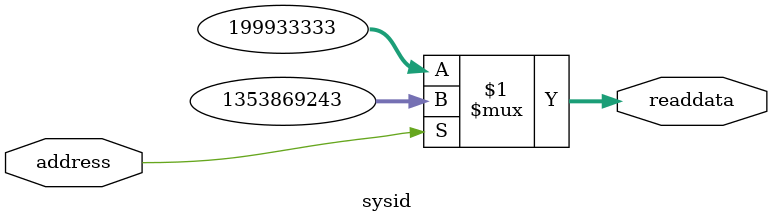
<source format=v>

`timescale 1ns / 1ps
// synthesis translate_on

// turn off superfluous verilog processor warnings 
// altera message_level Level1 
// altera message_off 10034 10035 10036 10037 10230 10240 10030 

module sysid (
               // inputs:
                address,

               // outputs:
                readdata
             )
;

  output  [ 31: 0] readdata;
  input            address;

  wire    [ 31: 0] readdata;
  //control_slave, which is an e_avalon_slave
  assign readdata = address ? 1353869243 : 199933333;

endmodule


</source>
